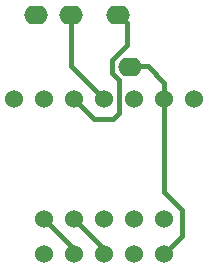
<source format=gtl>
G04 #@! TF.GenerationSoftware,KiCad,Pcbnew,9.0.2*
G04 #@! TF.CreationDate,2025-07-09T02:52:23-04:00*
G04 #@! TF.ProjectId,FBT,4642542e-6b69-4636-9164-5f7063625858,rev?*
G04 #@! TF.SameCoordinates,Original*
G04 #@! TF.FileFunction,Copper,L1,Top*
G04 #@! TF.FilePolarity,Positive*
%FSLAX46Y46*%
G04 Gerber Fmt 4.6, Leading zero omitted, Abs format (unit mm)*
G04 Created by KiCad (PCBNEW 9.0.2) date 2025-07-09 02:52:23*
%MOMM*%
%LPD*%
G01*
G04 APERTURE LIST*
G04 #@! TA.AperFunction,ComponentPad*
%ADD10O,2.000000X1.600000*%
G04 #@! TD*
G04 #@! TA.AperFunction,ComponentPad*
%ADD11C,1.524000*%
G04 #@! TD*
G04 #@! TA.AperFunction,Conductor*
%ADD12C,0.400000*%
G04 #@! TD*
G04 APERTURE END LIST*
D10*
X175850000Y-111000000D03*
X171850000Y-111000000D03*
X168850000Y-111000000D03*
X176850000Y-115400000D03*
D11*
X182260000Y-118100000D03*
X179720000Y-118100000D03*
X177180000Y-118100000D03*
X174640000Y-118100000D03*
X172100000Y-118100000D03*
X169560000Y-118100000D03*
X167020000Y-118100000D03*
X169560000Y-128260000D03*
X172100000Y-128260000D03*
X174640000Y-128260000D03*
X177180000Y-128260000D03*
X179720000Y-128260000D03*
X179720000Y-131180000D03*
X177180000Y-131180000D03*
X174640000Y-131180000D03*
X172100000Y-131180000D03*
X169560000Y-131180000D03*
D12*
X176600000Y-111650000D02*
X176600000Y-113500000D01*
X175300000Y-115900000D02*
X175920000Y-116520000D01*
X175920000Y-116520000D02*
X175920000Y-119260000D01*
X173760000Y-119760000D02*
X172100000Y-118100000D01*
X175880000Y-110930000D02*
X176600000Y-111650000D01*
X175920000Y-119260000D02*
X175420000Y-119760000D01*
X175420000Y-119760000D02*
X173760000Y-119760000D01*
X175300000Y-114800000D02*
X175300000Y-115900000D01*
X176600000Y-113500000D02*
X175300000Y-114800000D01*
X179720000Y-118100000D02*
X179720000Y-125960000D01*
X178330000Y-115330000D02*
X176880000Y-115330000D01*
X179720000Y-118100000D02*
X179720000Y-116720000D01*
X179720000Y-116720000D02*
X178330000Y-115330000D01*
X179720000Y-125960000D02*
X181220000Y-127460000D01*
X181220000Y-127460000D02*
X181220000Y-129680000D01*
X181220000Y-129680000D02*
X179720000Y-131180000D01*
X171850000Y-115310000D02*
X174640000Y-118100000D01*
X171850000Y-111000000D02*
X171850000Y-115310000D01*
X172100000Y-130800000D02*
X169560000Y-128260000D01*
X172100000Y-131180000D02*
X172100000Y-130800000D01*
X174640000Y-130800000D02*
X172100000Y-128260000D01*
X174640000Y-131180000D02*
X174640000Y-130800000D01*
M02*

</source>
